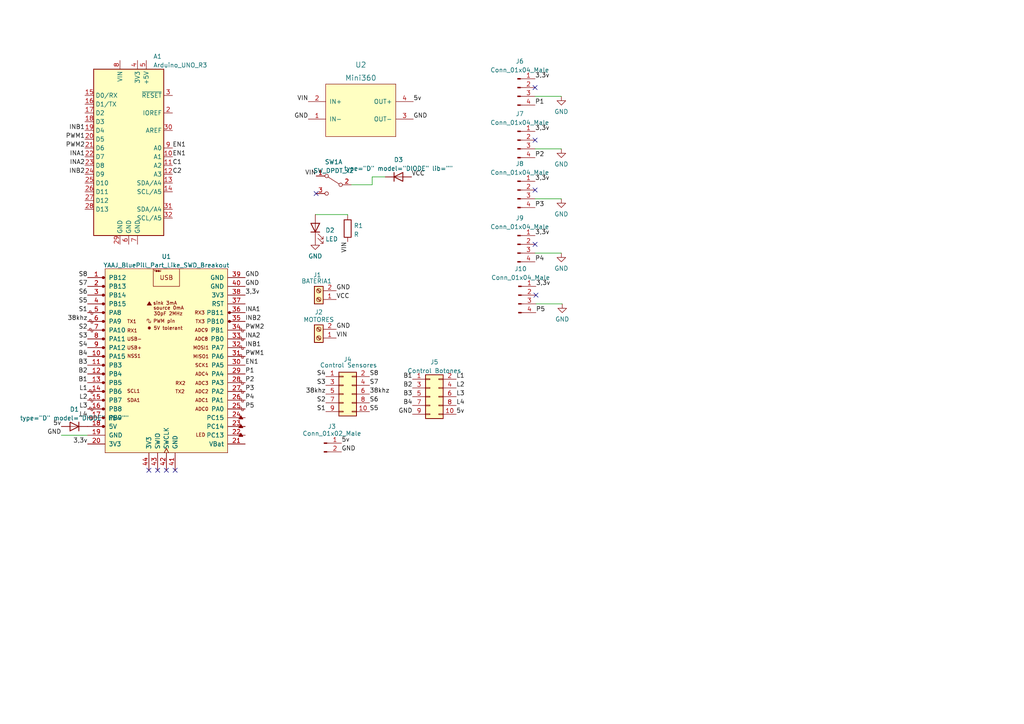
<source format=kicad_sch>
(kicad_sch (version 20211123) (generator eeschema)
  (paper "A4")
  (lib_symbols
    (symbol "Connector:Conn_01x02_Male" (pin_names (offset 1.016) hide)
      (property "Reference" "J" (at 0 2.54 0))
      (property "Value" "Conn_01x02_Male" (at 0 -5.08 0))
      (symbol "Conn_01x02_Male_1_1"
        (polyline (pts (xy 1.27 -2.54) (xy 0.8636 -2.54)) (stroke (width 0.1524)))
        (polyline (pts (xy 1.27 0) (xy 0.8636 0)) (stroke (width 0.1524)))
        (rectangle (start 0.8636 -2.413) (end 0 -2.667) (stroke (width 0.1524)) (fill (type outline)))
        (rectangle (start 0.8636 0.127) (end 0 -0.127) (stroke (width 0.1524)) (fill (type outline)))
        (pin passive line (at 5.08 0 180) (length 3.81) (name "Pin_1") (number "1"))
        (pin passive line (at 5.08 -2.54 180) (length 3.81) (name "Pin_2") (number "2"))
      )
    )
    (symbol "Connector:Conn_01x04_Male" (pin_names (offset 1.016) hide)
      (property "Reference" "J" (at 0 5.08 0))
      (property "Value" "Conn_01x04_Male" (at 0 -7.62 0))
      (symbol "Conn_01x04_Male_1_1"
        (polyline (pts (xy 1.27 -5.08) (xy 0.8636 -5.08)) (stroke (width 0.1524)))
        (polyline (pts (xy 1.27 -2.54) (xy 0.8636 -2.54)) (stroke (width 0.1524)))
        (polyline (pts (xy 1.27 0) (xy 0.8636 0)) (stroke (width 0.1524)))
        (polyline (pts (xy 1.27 2.54) (xy 0.8636 2.54)) (stroke (width 0.1524)))
        (rectangle (start 0.8636 -4.953) (end 0 -5.207) (stroke (width 0.1524)) (fill (type outline)))
        (rectangle (start 0.8636 -2.413) (end 0 -2.667) (stroke (width 0.1524)) (fill (type outline)))
        (rectangle (start 0.8636 0.127) (end 0 -0.127) (stroke (width 0.1524)) (fill (type outline)))
        (rectangle (start 0.8636 2.667) (end 0 2.413) (stroke (width 0.1524)) (fill (type outline)))
        (pin passive line (at 5.08 2.54 180) (length 3.81) (name "Pin_1") (number "1"))
        (pin passive line (at 5.08 0 180) (length 3.81) (name "Pin_2") (number "2"))
        (pin passive line (at 5.08 -2.54 180) (length 3.81) (name "Pin_3") (number "3"))
        (pin passive line (at 5.08 -5.08 180) (length 3.81) (name "Pin_4") (number "4"))
      )
    )
    (symbol "Connector:Screw_Terminal_01x02" (pin_names (offset 1.016) hide)
      (property "Reference" "J" (at 0 2.54 0))
      (property "Value" "Screw_Terminal_01x02" (at 0 -5.08 0))
      (symbol "Screw_Terminal_01x02_1_1"
        (rectangle (start -1.27 1.27) (end 1.27 -3.81) (stroke (width 0.254)) (fill (type background)))
        (circle (center 0 -2.54) (radius 0.635) (stroke (width 0.1524)))
        (polyline (pts (xy -0.5334 -2.2098) (xy 0.3302 -3.048)) (stroke (width 0.1524)))
        (polyline (pts (xy -0.5334 0.3302) (xy 0.3302 -0.508)) (stroke (width 0.1524)))
        (polyline (pts (xy -0.3556 -2.032) (xy 0.508 -2.8702)) (stroke (width 0.1524)))
        (polyline (pts (xy -0.3556 0.508) (xy 0.508 -0.3302)) (stroke (width 0.1524)))
        (circle (center 0 0) (radius 0.635) (stroke (width 0.1524)))
        (pin passive line (at -5.08 0 0) (length 3.81) (name "Pin_1") (number "1"))
        (pin passive line (at -5.08 -2.54 0) (length 3.81) (name "Pin_2") (number "2"))
      )
    )
    (symbol "Connector_Generic:Conn_02x05_Odd_Even" (pin_names (offset 1.016) hide)
      (property "Reference" "J" (at 1.27 7.62 0))
      (property "Value" "Conn_02x05_Odd_Even" (at 1.27 -7.62 0))
      (symbol "Conn_02x05_Odd_Even_1_1"
        (rectangle (start -1.27 -4.953) (end 0 -5.207) (stroke (width 0.1524)))
        (rectangle (start -1.27 -2.413) (end 0 -2.667) (stroke (width 0.1524)))
        (rectangle (start -1.27 0.127) (end 0 -0.127) (stroke (width 0.1524)))
        (rectangle (start -1.27 2.667) (end 0 2.413) (stroke (width 0.1524)))
        (rectangle (start -1.27 5.207) (end 0 4.953) (stroke (width 0.1524)))
        (rectangle (start -1.27 6.35) (end 3.81 -6.35) (stroke (width 0.254)) (fill (type background)))
        (rectangle (start 3.81 -4.953) (end 2.54 -5.207) (stroke (width 0.1524)))
        (rectangle (start 3.81 -2.413) (end 2.54 -2.667) (stroke (width 0.1524)))
        (rectangle (start 3.81 0.127) (end 2.54 -0.127) (stroke (width 0.1524)))
        (rectangle (start 3.81 2.667) (end 2.54 2.413) (stroke (width 0.1524)))
        (rectangle (start 3.81 5.207) (end 2.54 4.953) (stroke (width 0.1524)))
        (pin passive line (at -5.08 5.08 0) (length 3.81) (name "Pin_1") (number "1"))
        (pin passive line (at 7.62 -5.08 180) (length 3.81) (name "Pin_10") (number "10"))
        (pin passive line (at 7.62 5.08 180) (length 3.81) (name "Pin_2") (number "2"))
        (pin passive line (at -5.08 2.54 0) (length 3.81) (name "Pin_3") (number "3"))
        (pin passive line (at 7.62 2.54 180) (length 3.81) (name "Pin_4") (number "4"))
        (pin passive line (at -5.08 0 0) (length 3.81) (name "Pin_5") (number "5"))
        (pin passive line (at 7.62 0 180) (length 3.81) (name "Pin_6") (number "6"))
        (pin passive line (at -5.08 -2.54 0) (length 3.81) (name "Pin_7") (number "7"))
        (pin passive line (at 7.62 -2.54 180) (length 3.81) (name "Pin_8") (number "8"))
        (pin passive line (at -5.08 -5.08 0) (length 3.81) (name "Pin_9") (number "9"))
      )
    )
    (symbol "Device:LED" (pin_numbers hide) (pin_names (offset 1.016) hide)
      (property "Reference" "D" (at 0 2.54 0))
      (property "Value" "LED" (at 0 -2.54 0))
      (symbol "LED_0_1"
        (polyline (pts (xy -1.27 -1.27) (xy -1.27 1.27)) (stroke (width 0.254)))
        (polyline (pts (xy -1.27 0) (xy 1.27 0)))
        (polyline (pts (xy 1.27 -1.27) (xy 1.27 1.27) (xy -1.27 0) (xy 1.27 -1.27)) (stroke (width 0.254)))
        (polyline (pts (xy -3.048 -0.762) (xy -4.572 -2.286) (xy -3.81 -2.286) (xy -4.572 -2.286) (xy -4.572 -1.524)))
        (polyline (pts (xy -1.778 -0.762) (xy -3.302 -2.286) (xy -2.54 -2.286) (xy -3.302 -2.286) (xy -3.302 -1.524)))
      )
      (symbol "LED_1_1"
        (pin passive line (at -3.81 0 0) (length 2.54) (name "K") (number "1"))
        (pin passive line (at 3.81 0 180) (length 2.54) (name "A") (number "2"))
      )
    )
    (symbol "Device:R" (pin_numbers hide) (pin_names (offset 0))
      (property "Reference" "R" (at 2.032 0 90))
      (property "Value" "R" (at 0 0 90))
      (symbol "R_0_1"
        (rectangle (start -1.016 -2.54) (end 1.016 2.54) (stroke (width 0.254)))
      )
      (symbol "R_1_1"
        (pin passive line (at 0 3.81 270) (length 1.27) (name "~") (number "1"))
        (pin passive line (at 0 -3.81 90) (length 1.27) (name "~") (number "2"))
      )
    )
    (symbol "MCU_Module:Arduino_UNO_R3"
      (property "Reference" "A" (at -10.16 23.495 0))
      (property "Value" "Arduino_UNO_R3" (at 5.08 -26.67 0))
      (symbol "Arduino_UNO_R3_0_1"
        (rectangle (start -10.16 22.86) (end 10.16 -25.4) (stroke (width 0.254)) (fill (type background)))
      )
      (symbol "Arduino_UNO_R3_1_1"
        (pin no_connect line (at -10.16 -20.32 0) (length 2.54) hide (name "NC") (number "1"))
        (pin bidirectional line (at 12.7 -2.54 180) (length 2.54) (name "A1") (number "10"))
        (pin bidirectional line (at 12.7 -5.08 180) (length 2.54) (name "A2") (number "11"))
        (pin bidirectional line (at 12.7 -7.62 180) (length 2.54) (name "A3") (number "12"))
        (pin bidirectional line (at 12.7 -10.16 180) (length 2.54) (name "SDA/A4") (number "13"))
        (pin bidirectional line (at 12.7 -12.7 180) (length 2.54) (name "SCL/A5") (number "14"))
        (pin bidirectional line (at -12.7 15.24 0) (length 2.54) (name "D0/RX") (number "15"))
        (pin bidirectional line (at -12.7 12.7 0) (length 2.54) (name "D1/TX") (number "16"))
        (pin bidirectional line (at -12.7 10.16 0) (length 2.54) (name "D2") (number "17"))
        (pin bidirectional line (at -12.7 7.62 0) (length 2.54) (name "D3") (number "18"))
        (pin bidirectional line (at -12.7 5.08 0) (length 2.54) (name "D4") (number "19"))
        (pin output line (at 12.7 10.16 180) (length 2.54) (name "IOREF") (number "2"))
        (pin bidirectional line (at -12.7 2.54 0) (length 2.54) (name "D5") (number "20"))
        (pin bidirectional line (at -12.7 0 0) (length 2.54) (name "D6") (number "21"))
        (pin bidirectional line (at -12.7 -2.54 0) (length 2.54) (name "D7") (number "22"))
        (pin bidirectional line (at -12.7 -5.08 0) (length 2.54) (name "D8") (number "23"))
        (pin bidirectional line (at -12.7 -7.62 0) (length 2.54) (name "D9") (number "24"))
        (pin bidirectional line (at -12.7 -10.16 0) (length 2.54) (name "D10") (number "25"))
        (pin bidirectional line (at -12.7 -12.7 0) (length 2.54) (name "D11") (number "26"))
        (pin bidirectional line (at -12.7 -15.24 0) (length 2.54) (name "D12") (number "27"))
        (pin bidirectional line (at -12.7 -17.78 0) (length 2.54) (name "D13") (number "28"))
        (pin power_in line (at -2.54 -27.94 90) (length 2.54) (name "GND") (number "29"))
        (pin input line (at 12.7 15.24 180) (length 2.54) (name "~{RESET}") (number "3"))
        (pin input line (at 12.7 5.08 180) (length 2.54) (name "AREF") (number "30"))
        (pin bidirectional line (at 12.7 -17.78 180) (length 2.54) (name "SDA/A4") (number "31"))
        (pin bidirectional line (at 12.7 -20.32 180) (length 2.54) (name "SCL/A5") (number "32"))
        (pin power_out line (at 2.54 25.4 270) (length 2.54) (name "3V3") (number "4"))
        (pin power_out line (at 5.08 25.4 270) (length 2.54) (name "+5V") (number "5"))
        (pin power_in line (at 0 -27.94 90) (length 2.54) (name "GND") (number "6"))
        (pin power_in line (at 2.54 -27.94 90) (length 2.54) (name "GND") (number "7"))
        (pin power_in line (at -2.54 25.4 270) (length 2.54) (name "VIN") (number "8"))
        (pin bidirectional line (at 12.7 0 180) (length 2.54) (name "A0") (number "9"))
      )
    )
    (symbol "Simulation_SPICE:DIODE" (pin_numbers hide) (pin_names (offset 1.016) hide)
      (property "Reference" "D" (at 0 2.54 0))
      (property "Value" "DIODE" (at 0 -2.54 0))
      (symbol "DIODE_0_1"
        (polyline (pts (xy 1.27 0) (xy -1.27 0)))
        (polyline (pts (xy 1.27 1.27) (xy 1.27 -1.27)) (stroke (width 0.254)))
        (polyline (pts (xy -1.27 -1.27) (xy -1.27 1.27) (xy 1.27 0) (xy -1.27 -1.27)) (stroke (width 0.254)))
      )
      (symbol "DIODE_1_1"
        (pin passive line (at -3.81 0 0) (length 2.54) (name "A") (number "1"))
        (pin passive line (at 3.81 0 180) (length 2.54) (name "K") (number "2"))
      )
    )
    (symbol "Switch:SW_DPDT_x2" (pin_names (offset 0) hide)
      (property "Reference" "SW" (at 0 4.318 0))
      (property "Value" "SW_DPDT_x2" (at 0 -5.08 0))
      (symbol "SW_DPDT_x2_0_0"
        (circle (center -2.032 0) (radius 0.508))
        (circle (center 2.032 -2.54) (radius 0.508))
      )
      (symbol "SW_DPDT_x2_0_1"
        (polyline (pts (xy -1.524 0.254) (xy 1.651 2.286)))
        (circle (center 2.032 2.54) (radius 0.508))
      )
      (symbol "SW_DPDT_x2_1_1"
        (pin passive line (at 5.08 2.54 180) (length 2.54) (name "A") (number "1"))
        (pin passive line (at -5.08 0 0) (length 2.54) (name "B") (number "2"))
        (pin passive line (at 5.08 -2.54 180) (length 2.54) (name "C") (number "3"))
      )
      (symbol "SW_DPDT_x2_2_1"
        (pin passive line (at 5.08 2.54 180) (length 2.54) (name "A") (number "4"))
        (pin passive line (at -5.08 0 0) (length 2.54) (name "B") (number "5"))
        (pin passive line (at 5.08 -2.54 180) (length 2.54) (name "C") (number "6"))
      )
    )
    (symbol "YAAJ_BluePill_Part_Like_SWD_Breakout:YAAJ_BluePill_Part_Like_SWD_Breakout" (pin_names (offset 1.016))
      (property "Reference" "U" (at -15.24 27.94 0))
      (property "Value" "YAAJ_BluePill_Part_Like_SWD_Breakout" (at 20.32 27.94 0))
      (symbol "YAAJ_BluePill_Part_Like_SWD_Breakout_0_0"
        (circle (center -18.288 -20.32) (radius 0.3556) (fill (type outline)))
        (circle (center -18.288 -17.78) (radius 0.3556) (fill (type outline)))
        (circle (center -18.288 -15.24) (radius 0.3556) (fill (type outline)))
        (circle (center -18.288 -12.7) (radius 0.3556) (fill (type outline)))
        (circle (center -18.288 -10.16) (radius 0.3556) (fill (type outline)))
        (circle (center -18.288 -7.62) (radius 0.3556) (fill (type outline)))
        (circle (center -18.288 -5.08) (radius 0.3556) (fill (type outline)))
        (circle (center -18.288 -2.54) (radius 0.3556) (fill (type outline)))
        (circle (center -18.288 0) (radius 0.3556) (fill (type outline)))
        (circle (center -18.288 2.54) (radius 0.3556) (fill (type outline)))
        (circle (center -18.288 5.08) (radius 0.3556) (fill (type outline)))
        (circle (center -18.288 7.62) (radius 0.3556) (fill (type outline)))
        (circle (center -18.288 10.16) (radius 0.3556) (fill (type outline)))
        (circle (center -18.288 12.7) (radius 0.3556) (fill (type outline)))
        (circle (center -18.288 15.24) (radius 0.3556) (fill (type outline)))
        (circle (center -18.288 17.78) (radius 0.3556) (fill (type outline)))
        (circle (center -18.288 22.86) (radius 0.3556) (fill (type outline)))
        (circle (center -4.953 8.255) (radius 0.127) (fill (type outline)))
        (circle (center -4.953 8.255) (radius 0.254))
        (circle (center -4.953 8.255) (radius 0.3556))
        (polyline (pts (xy -5.588 14.859) (xy -4.953 15.875) (xy -4.318 14.859) (xy -5.588 14.859) (xy -4.953 15.748) (xy -4.445 14.859) (xy -5.461 14.986) (xy -4.953 15.621) (xy -4.572 14.859) (xy -5.334 15.113) (xy -4.826 15.494) (xy -4.699 14.859) (xy -5.207 15.24) (xy -4.699 15.367) (xy -4.826 14.986) (xy -5.08 15.24) (xy -4.826 15.113) (xy -4.953 15.367)))
        (polyline (pts (xy 20.955 -23.241) (xy 21.59 -22.225) (xy 22.225 -23.241) (xy 20.955 -23.241) (xy 21.59 -22.352) (xy 22.098 -23.241) (xy 21.082 -23.114) (xy 21.59 -22.479) (xy 21.971 -23.241) (xy 21.209 -22.987) (xy 21.717 -22.606) (xy 21.844 -23.241) (xy 21.336 -22.86) (xy 21.844 -22.733) (xy 21.717 -23.114) (xy 21.463 -22.86) (xy 21.717 -22.987) (xy 21.59 -22.733)))
        (polyline (pts (xy 20.955 -20.701) (xy 21.59 -19.685) (xy 22.225 -20.701) (xy 20.955 -20.701) (xy 21.59 -19.812) (xy 22.098 -20.701) (xy 21.082 -20.574) (xy 21.59 -19.939) (xy 21.971 -20.701) (xy 21.209 -20.447) (xy 21.717 -20.066) (xy 21.844 -20.701) (xy 21.336 -20.32) (xy 21.844 -20.193) (xy 21.717 -20.574) (xy 21.463 -20.32) (xy 21.717 -20.447) (xy 21.59 -20.193)))
        (polyline (pts (xy 20.955 -18.161) (xy 21.59 -17.145) (xy 22.225 -18.161) (xy 20.955 -18.161) (xy 21.59 -17.272) (xy 22.098 -18.161) (xy 21.082 -18.034) (xy 21.59 -17.399) (xy 21.971 -18.161) (xy 21.209 -17.907) (xy 21.717 -17.526) (xy 21.844 -18.161) (xy 21.336 -17.78) (xy 21.844 -17.653) (xy 21.717 -18.034) (xy 21.463 -17.78) (xy 21.717 -17.907) (xy 21.59 -17.653)))
        (circle (center 18.288 10.16) (radius 0.254) (fill (type outline)))
        (circle (center 18.288 10.16) (radius 0.3556))
        (circle (center 18.288 12.7) (radius 0.254) (fill (type outline)))
        (circle (center 18.288 12.7) (radius 0.3556))
        (text "30pF 2MHz" (at 0.508 12.446 0) (effects (font (size 0.9906 0.9906))))
        (text "5V tolerant" (at 0.508 8.255 0) (effects (font (size 0.9906 0.9906))))
        (text "ADC0" (at 10.287 -15.24 0) (effects (font (size 0.9906 0.9906))))
        (text "ADC1" (at 10.287 -12.7 0) (effects (font (size 0.9906 0.9906))))
        (text "ADC2" (at 10.287 -10.16 0) (effects (font (size 0.9906 0.9906))))
        (text "ADC3" (at 10.287 -7.747 0) (effects (font (size 0.9906 0.9906))))
        (text "ADC4" (at 10.287 -5.08 0) (effects (font (size 0.9906 0.9906))))
        (text "ADC8" (at 10.16 5.08 0) (effects (font (size 0.9906 0.9906))))
        (text "ADC9" (at 10.16 7.62 0) (effects (font (size 0.9906 0.9906))))
        (text "LED" (at 9.906 -22.733 0) (effects (font (size 0.9906 0.9906))))
        (text "MISO1" (at 10.033 0 0) (effects (font (size 0.9906 0.9906))))
        (text "MOSI1" (at 10.033 2.54 0) (effects (font (size 0.9906 0.9906))))
        (text "NSS1" (at -9.398 0.127 0) (effects (font (size 0.9906 0.9906))))
        (text "PWM pin" (at -0.635 10.287 0) (effects (font (size 0.9906 0.9906))))
        (text "RX1" (at -9.906 7.493 0) (effects (font (size 0.9906 0.9906))))
        (text "RX2" (at 4.064 -7.747 0) (effects (font (size 0.9906 0.9906))))
        (text "RX3" (at 9.652 12.7 0) (effects (font (size 0.9906 0.9906))))
        (text "SCK1" (at 10.287 -2.54 0) (effects (font (size 0.9906 0.9906))))
        (text "SCL1" (at -9.525 -10.033 0) (effects (font (size 0.9906 0.9906))))
        (text "SDA1" (at -9.525 -12.7 0) (effects (font (size 0.9906 0.9906))))
        (text "sink 3mA" (at -0.381 15.494 0) (effects (font (size 0.9906 0.9906))))
        (text "source 0mA" (at 0.635 14.097 0) (effects (font (size 0.9906 0.9906))))
        (text "TX1" (at -10.033 10.16 0) (effects (font (size 0.9906 0.9906))))
        (text "TX2" (at 3.937 -10.16 0) (effects (font (size 0.9906 0.9906))))
        (text "TX3" (at 9.779 10.16 0) (effects (font (size 0.9906 0.9906))))
        (text "USB" (at 0 22.86 0) (effects (font (size 1.27 1.27))))
        (text "USB+" (at -9.271 2.54 0) (effects (font (size 0.9906 0.9906))))
        (text "USB-" (at -9.271 5.08 0) (effects (font (size 0.9906 0.9906))))
        (text "Y@@J" (at -2.5654 24.8412 0) (effects (font (size 0.508 0.508))))
      )
      (symbol "YAAJ_BluePill_Part_Like_SWD_Breakout_0_1"
        (rectangle (start -17.78 25.4) (end 17.78 -27.94) (fill (type background)))
        (polyline (pts (xy -21.336 -17.78) (xy -21.336 -18.288) (xy -21.844 -18.288) (xy -21.844 -17.272) (xy -22.352 -17.272) (xy -22.352 -17.78)))
        (polyline (pts (xy -21.336 -15.24) (xy -21.336 -15.748) (xy -21.844 -15.748) (xy -21.844 -14.732) (xy -22.352 -14.732) (xy -22.352 -15.24)))
        (polyline (pts (xy -21.336 -12.7) (xy -21.336 -13.208) (xy -21.844 -13.208) (xy -21.844 -12.192) (xy -22.352 -12.192) (xy -22.352 -12.7)))
        (polyline (pts (xy -21.336 -10.16) (xy -21.336 -10.668) (xy -21.844 -10.668) (xy -21.844 -9.652) (xy -22.352 -9.652) (xy -22.352 -10.16)))
        (polyline (pts (xy -21.336 7.62) (xy -21.336 7.112) (xy -21.844 7.112) (xy -21.844 8.128) (xy -22.352 8.128) (xy -22.352 7.62)))
        (polyline (pts (xy -21.336 10.16) (xy -21.336 9.652) (xy -21.844 9.652) (xy -21.844 10.668) (xy -22.352 10.668) (xy -22.352 10.16)))
        (polyline (pts (xy -21.336 12.7) (xy -21.336 12.192) (xy -21.844 12.192) (xy -21.844 13.208) (xy -22.352 13.208) (xy -22.352 12.7)))
        (polyline (pts (xy -4.572 10.287) (xy -4.572 9.779) (xy -5.08 9.779) (xy -5.08 10.795) (xy -5.588 10.795) (xy -5.588 10.287)))
        (polyline (pts (xy 22.352 -15.24) (xy 22.352 -15.748) (xy 21.844 -15.748) (xy 21.844 -14.732) (xy 21.336 -14.732) (xy 21.336 -15.24)))
        (polyline (pts (xy 22.352 -12.7) (xy 22.352 -13.208) (xy 21.844 -13.208) (xy 21.844 -12.192) (xy 21.336 -12.192) (xy 21.336 -12.7)))
        (polyline (pts (xy 22.352 -10.16) (xy 22.352 -10.668) (xy 21.844 -10.668) (xy 21.844 -9.652) (xy 21.336 -9.652) (xy 21.336 -10.16)))
        (polyline (pts (xy 22.352 -7.62) (xy 22.352 -8.128) (xy 21.844 -8.128) (xy 21.844 -7.112) (xy 21.336 -7.112) (xy 21.336 -7.62)))
        (polyline (pts (xy 22.352 0) (xy 22.352 -0.508) (xy 21.844 -0.508) (xy 21.844 0.508) (xy 21.336 0.508) (xy 21.336 0)))
        (polyline (pts (xy 22.352 2.54) (xy 22.352 2.032) (xy 21.844 2.032) (xy 21.844 3.048) (xy 21.336 3.048) (xy 21.336 2.54)))
        (polyline (pts (xy 22.352 5.08) (xy 22.352 4.572) (xy 21.844 4.572) (xy 21.844 5.588) (xy 21.336 5.588) (xy 21.336 5.08)))
        (polyline (pts (xy 22.352 7.62) (xy 22.352 7.112) (xy 21.844 7.112) (xy 21.844 8.128) (xy 21.336 8.128) (xy 21.336 7.62)))
        (rectangle (start 3.81 25.4) (end -3.81 20.32))
      )
      (symbol "YAAJ_BluePill_Part_Like_SWD_Breakout_1_1"
        (circle (center -18.288 20.32) (radius 0.3556) (fill (type outline)))
        (pin bidirectional line (at -22.86 22.86 0) (length 5.08) (name "PB12") (number "1"))
        (pin bidirectional line (at -22.86 0 0) (length 5.08) (name "PA15") (number "10"))
        (pin bidirectional line (at -22.86 -2.54 0) (length 5.08) (name "PB3") (number "11"))
        (pin bidirectional line (at -22.86 -5.08 0) (length 5.08) (name "PB4") (number "12"))
        (pin bidirectional line (at -22.86 -7.62 0) (length 5.08) (name "PB5") (number "13"))
        (pin bidirectional line (at -22.86 -10.16 0) (length 5.08) (name "PB6") (number "14"))
        (pin bidirectional line (at -22.86 -12.7 0) (length 5.08) (name "PB7") (number "15"))
        (pin bidirectional line (at -22.86 -15.24 0) (length 5.08) (name "PB8") (number "16"))
        (pin bidirectional line (at -22.86 -17.78 0) (length 5.08) (name "PB9") (number "17"))
        (pin power_in line (at -22.86 -20.32 0) (length 5.08) (name "5V") (number "18"))
        (pin power_in line (at -22.86 -22.86 0) (length 5.08) (name "GND") (number "19"))
        (pin bidirectional line (at -22.86 20.32 0) (length 5.08) (name "PB13") (number "2"))
        (pin power_in line (at -22.86 -25.4 0) (length 5.08) (name "3V3") (number "20"))
        (pin power_in line (at 22.86 -25.4 180) (length 5.08) (name "VBat") (number "21"))
        (pin bidirectional line (at 22.86 -22.86 180) (length 5.08) (name "PC13") (number "22"))
        (pin bidirectional line (at 22.86 -20.32 180) (length 5.08) (name "PC14") (number "23"))
        (pin bidirectional line (at 22.86 -17.78 180) (length 5.08) (name "PC15") (number "24"))
        (pin bidirectional line (at 22.86 -15.24 180) (length 5.08) (name "PA0") (number "25"))
        (pin bidirectional line (at 22.86 -12.7 180) (length 5.08) (name "PA1") (number "26"))
        (pin bidirectional line (at 22.86 -10.16 180) (length 5.08) (name "PA2") (number "27"))
        (pin bidirectional line (at 22.86 -7.62 180) (length 5.08) (name "PA3") (number "28"))
        (pin bidirectional line (at 22.86 -5.08 180) (length 5.08) (name "PA4") (number "29"))
        (pin bidirectional line (at -22.86 17.78 0) (length 5.08) (name "PB14") (number "3"))
        (pin bidirectional line (at 22.86 -2.54 180) (length 5.08) (name "PA5") (number "30"))
        (pin bidirectional line (at 22.86 0 180) (length 5.08) (name "PA6") (number "31"))
        (pin bidirectional line (at 22.86 2.54 180) (length 5.08) (name "PA7") (number "32"))
        (pin bidirectional line (at 22.86 5.08 180) (length 5.08) (name "PB0") (number "33"))
        (pin bidirectional line (at 22.86 7.62 180) (length 5.08) (name "PB1") (number "34"))
        (pin bidirectional line (at 22.86 10.16 180) (length 5.08) (name "PB10") (number "35"))
        (pin bidirectional line (at 22.86 12.7 180) (length 5.08) (name "PB11") (number "36"))
        (pin input line (at 22.86 15.24 180) (length 5.08) (name "RST") (number "37"))
        (pin power_in line (at 22.86 17.78 180) (length 5.08) (name "3V3") (number "38"))
        (pin power_in line (at 22.86 22.86 180) (length 5.08) (name "GND") (number "39"))
        (pin bidirectional line (at -22.86 15.24 0) (length 5.08) (name "PB15") (number "4"))
        (pin power_in line (at 22.86 20.32 180) (length 5.08) (name "GND") (number "40"))
        (pin power_in line (at 2.54 -33.02 90) (length 5.08) (name "GND") (number "41"))
        (pin bidirectional clock (at 0 -33.02 90) (length 5.08) (name "SWCLK") (number "42"))
        (pin bidirectional line (at -2.54 -33.02 90) (length 5.08) (name "SWIO") (number "43"))
        (pin power_in line (at -5.08 -33.02 90) (length 5.08) (name "3V3") (number "44"))
        (pin bidirectional line (at -22.86 12.7 0) (length 5.08) (name "PA8") (number "5"))
        (pin bidirectional line (at -22.86 10.16 0) (length 5.08) (name "PA9") (number "6"))
        (pin bidirectional line (at -22.86 7.62 0) (length 5.08) (name "PA10") (number "7"))
        (pin bidirectional line (at -22.86 5.08 0) (length 5.08) (name "PA11") (number "8"))
        (pin bidirectional line (at -22.86 2.54 0) (length 5.08) (name "PA12") (number "9"))
      )
    )
    (symbol "mini360:Mini360" (pin_names (offset 1.016))
      (property "Reference" "U" (at 0 -5.08 0))
      (property "Value" "Mini360" (at 0 5.08 0))
      (symbol "Mini360_0_1"
        (rectangle (start -10.16 7.62) (end 10.16 -7.62) (fill (type background)))
      )
      (symbol "Mini360_1_1"
        (pin power_in line (at -15.24 -2.54 0) (length 5.08) (name "IN-") (number "1"))
        (pin power_in line (at -15.24 2.54 0) (length 5.08) (name "IN+") (number "2"))
        (pin power_out line (at 15.24 -2.54 180) (length 5.08) (name "OUT-") (number "3"))
        (pin power_out line (at 15.24 2.54 180) (length 5.08) (name "OUT+") (number "4"))
      )
    )
    (symbol "power:GND" (power) (pin_names (offset 0))
      (property "Value" "GND" (at 0 -3.81 0))
      (symbol "GND_0_1"
        (polyline (pts (xy 0 0) (xy 0 -1.27) (xy 1.27 -1.27) (xy 0 -2.54) (xy -1.27 -1.27) (xy 0 -1.27)))
      )
      (symbol "GND_1_1"
        (pin power_in line (at 0 0 270) (length 0) hide (name "GND") (number "1"))
      )
    )
  )
  (no_connect (at 43.18 136.398))
  (no_connect (at 155.194 70.866))
  (no_connect (at 155.194 25.4))
  (no_connect (at 91.694 56.134))
  (no_connect (at 50.8 136.398))
  (no_connect (at 48.26 136.398))
  (no_connect (at 155.448 85.598))
  (no_connect (at 155.194 55.118))
  (no_connect (at 155.194 40.64))
  (no_connect (at 45.72 136.398))
  (wire (pts (xy 163.068 88.138) (xy 155.448 88.138)))
  (wire (pts (xy 162.814 57.658) (xy 155.194 57.658)))
  (wire (pts (xy 111.76 51.308) (xy 107.95 51.308)))
  (wire (pts (xy 107.95 51.308) (xy 107.95 53.594)))
  (wire (pts (xy 162.814 27.94) (xy 155.194 27.94)))
  (wire (pts (xy 107.95 53.594) (xy 101.854 53.594)))
  (wire (pts (xy 162.814 73.406) (xy 155.194 73.406)))
  (wire (pts (xy 17.78 126.238) (xy 25.4 126.238)))
  (wire (pts (xy 100.838 62.23) (xy 100.838 62.484)))
  (wire (pts (xy 162.814 43.18) (xy 155.194 43.18)))
  (wire (pts (xy 91.44 62.23) (xy 100.838 62.23)))
  (label "L3" (at 132.334 115.062 0))
  (label "P3" (at 71.12 113.538 0))
  (label "3,3v" (at 155.194 52.578 0))
  (label "VCC" (at 119.38 51.308 0))
  (label "B4" (at 25.4 103.378 180))
  (label "5v" (at 119.888 29.464 0))
  (label "3,3v" (at 25.4 128.778 180))
  (label "S1" (at 25.4 90.678 180))
  (label "B4" (at 119.634 117.602 180))
  (label "3,3v" (at 71.12 85.598 0))
  (label "B2" (at 119.634 112.522 180))
  (label "INA1" (at 24.638 45.466 180))
  (label "L1" (at 132.334 109.982 0))
  (label "S5" (at 107.188 119.38 0))
  (label "38khz" (at 25.4 93.218 180))
  (label "C1" (at 50.038 48.006 0))
  (label "S5" (at 25.4 88.138 180))
  (label "L3" (at 25.4 118.618 180))
  (label "INB2" (at 24.638 50.546 180))
  (label "P5" (at 71.12 118.618 0))
  (label "5v" (at 17.78 123.698 180))
  (label "PWM2" (at 24.638 42.926 180))
  (label "INB1" (at 24.638 37.846 180))
  (label "S4" (at 94.488 109.22 180))
  (label "INA1" (at 71.12 90.678 0))
  (label "S4" (at 25.4 100.838 180))
  (label "VIN" (at 97.536 98.044 0))
  (label "P2" (at 155.194 45.72 0))
  (label "EN1" (at 71.12 105.918 0))
  (label "P1" (at 71.12 108.458 0))
  (label "S2" (at 94.488 116.84 180))
  (label "P2" (at 71.12 110.998 0))
  (label "VCC" (at 97.536 86.868 0))
  (label "B1" (at 25.4 110.998 180))
  (label "INA2" (at 24.638 48.006 180))
  (label "GND" (at 71.12 80.518 0))
  (label "S1" (at 94.488 119.38 180))
  (label "GND" (at 89.408 34.544 180))
  (label "3,3v" (at 155.448 83.058 0))
  (label "3,3v" (at 155.194 68.326 0))
  (label "5v" (at 99.06 128.524 0))
  (label "5v" (at 132.334 120.142 0))
  (label "VIN" (at 91.694 51.054 180))
  (label "PWM1" (at 71.12 103.378 0))
  (label "P1" (at 155.194 30.48 0))
  (label "B2" (at 25.4 108.458 180))
  (label "S7" (at 25.4 83.058 180))
  (label "PWM2" (at 71.12 95.758 0))
  (label "38khz" (at 94.488 114.3 180))
  (label "L1" (at 25.4 113.538 180))
  (label "INB2" (at 71.12 93.218 0))
  (label "P4" (at 71.12 116.078 0))
  (label "INB1" (at 71.12 100.838 0))
  (label "VIN" (at 100.838 70.104 270))
  (label "C2" (at 50.038 50.546 0))
  (label "S8" (at 107.188 109.22 0))
  (label "B3" (at 119.634 115.062 180))
  (label "P4" (at 155.194 75.946 0))
  (label "GND" (at 97.536 95.504 0))
  (label "GND" (at 17.78 126.238 180))
  (label "L4" (at 132.334 117.602 0))
  (label "S2" (at 25.4 95.758 180))
  (label "S3" (at 94.488 111.76 180))
  (label "P3" (at 155.194 60.198 0))
  (label "VIN" (at 89.408 29.464 180))
  (label "GND" (at 119.888 34.544 0))
  (label "S7" (at 107.188 111.76 0))
  (label "EN1" (at 50.038 42.926 0))
  (label "EN1" (at 50.038 45.466 0))
  (label "L4" (at 25.4 121.158 180))
  (label "L2" (at 25.4 116.078 180))
  (label "B3" (at 25.4 105.918 180))
  (label "GND" (at 99.06 131.064 0))
  (label "S8" (at 25.4 80.518 180))
  (label "S6" (at 107.188 116.84 0))
  (label "38khz" (at 107.188 114.3 0))
  (label "3,3v" (at 155.194 38.1 0))
  (label "INA2" (at 71.12 98.298 0))
  (label "P5" (at 155.448 90.678 0))
  (label "B1" (at 119.634 109.982 180))
  (label "L2" (at 132.334 112.522 0))
  (label "S6" (at 25.4 85.598 180))
  (label "GND" (at 119.634 120.142 180))
  (label "GND" (at 71.12 83.058 0))
  (label "3,3v" (at 155.194 22.86 0))
  (label "S3" (at 25.4 98.298 180))
  (label "GND" (at 97.536 84.328 0))
  (label "PWM1" (at 24.638 40.386 180))
  (symbol (lib_id "power:GND") (at 162.814 73.406 0) (unit 1)
    (property "Reference" "#PWR05" (effects hide))
    (property "Value" "GND" (at 162.814 77.8494 0))
  )
  (symbol (lib_id "Connector_Generic:Conn_02x05_Odd_Even") (at 124.714 115.062 0) (unit 1)
    (property "Reference" "J5" (at 125.984 105.0122 0))
    (property "Value" "Control Botones" (at 125.984 107.5491 0))
    (property "Footprint" "Connector_IDC:IDC-Header_2x05_P2.54mm_Vertical" (effects hide))
  )
  (symbol (lib_id "power:GND") (at 162.814 27.94 0) (unit 1)
    (property "Reference" "#PWR02" (effects hide))
    (property "Value" "GND" (at 162.814 32.3834 0))
  )
  (symbol (lib_id "power:GND") (at 162.814 57.658 0) (unit 1)
    (property "Reference" "#PWR04" (effects hide))
    (property "Value" "GND" (at 162.814 62.1014 0))
  )
  (symbol (lib_id "power:GND") (at 163.068 88.138 0) (unit 1)
    (property "Reference" "#PWR06" (effects hide))
    (property "Value" "GND" (at 163.068 92.5814 0))
  )
  (symbol (lib_id "MCU_Module:Arduino_UNO_R3") (at 37.338 42.926 0) (unit 1)
    (property "Reference" "A1" (at 44.4374 16.3662 0) (effects (justify left)))
    (property "Value" "Arduino_UNO_R3" (at 44.4374 18.9031 0) (effects (justify left)))
    (property "Footprint" "Module:Arduino_UNO_R3" (effects hide))
    (property "Datasheet" "https://www.arduino.cc/en/Main/arduinoBoardUno" (effects hide))
  )
  (symbol (lib_id "Device:R") (at 100.838 66.294 0) (unit 1)
    (property "Reference" "R1" (at 102.616 65.4593 0) (effects (justify left)))
    (property "Value" "R" (at 102.616 67.9962 0) (effects (justify left)))
    (property "Footprint" "Resistor_THT:R_Axial_DIN0207_L6.3mm_D2.5mm_P10.16mm_Horizontal" (effects hide))
  )
  (symbol (lib_id "Connector:Conn_01x02_Male") (at 93.98 128.524 0) (unit 1)
    (property "Reference" "J3" (at 96.266 123.698 0))
    (property "Value" "Conn_01x02_Male" (at 96.266 125.73 0))
    (property "Footprint" "TerminalBlock:TerminalBlock_bornier-2_P5.08mm" (effects hide))
  )
  (symbol (lib_id "Device:LED") (at 91.44 66.04 90) (unit 1)
    (property "Reference" "D2" (at 94.361 66.7928 90) (effects (justify right)))
    (property "Value" "LED" (at 94.361 69.3297 90) (effects (justify right)))
    (property "Footprint" "LED_THT:LED_D3.0mm" (effects hide))
  )
  (symbol (lib_id "Connector:Conn_01x04_Male") (at 150.114 25.4 0) (unit 1)
    (property "Reference" "J6" (at 150.749 17.78 0))
    (property "Value" "Conn_01x04_Male" (at 150.749 20.32 0))
    (property "Footprint" "Connector_PinSocket_2.54mm:PinSocket_1x04_P2.54mm_Vertical" (effects hide))
  )
  (symbol (lib_id "Simulation_SPICE:DIODE") (at 115.57 51.308 180) (unit 1)
    (property "Reference" "D3" (at 115.57 46.3382 0))
    (property "Value" "DIODE" (at 115.57 48.8751 0))
    (property "Footprint" "Diode_THT:D_5W_P12.70mm_Horizontal" (effects hide))
    (property "Spice_Netlist_Enabled" "Y" (effects hide))
    (property "Spice_Primitive" "D" (effects hide))
  )
  (symbol (lib_id "Connector:Conn_01x04_Male") (at 150.114 55.118 0) (unit 1)
    (property "Reference" "J8" (at 150.749 47.498 0))
    (property "Value" "Conn_01x04_Male" (at 150.749 50.038 0))
    (property "Footprint" "Connector_PinSocket_2.54mm:PinSocket_1x04_P2.54mm_Vertical" (effects hide))
  )
  (symbol (lib_id "Connector:Screw_Terminal_01x02") (at 92.456 98.044 180) (unit 1)
    (property "Reference" "J2" (at 92.456 90.5342 0))
    (property "Value" "MOTORES" (at 92.456 92.71 0))
    (property "Footprint" "Connectors:DEANS" (effects hide))
  )
  (symbol (lib_id "power:GND") (at 91.44 69.85 0) (unit 1)
    (property "Reference" "#PWR01" (effects hide))
    (property "Value" "GND" (at 91.44 74.2934 0))
  )
  (symbol (lib_id "Connector_Generic:Conn_02x05_Odd_Even") (at 99.568 114.3 0) (unit 1)
    (property "Reference" "J4" (at 100.838 104.2502 0))
    (property "Value" "Control Sensores" (at 101.092 105.918 0))
    (property "Footprint" "Connector_IDC:IDC-Header_2x05_P2.54mm_Horizontal" (effects hide))
  )
  (symbol (lib_id "Connector:Conn_01x04_Male") (at 150.114 40.64 0) (unit 1)
    (property "Reference" "J7" (at 150.749 33.02 0))
    (property "Value" "Conn_01x04_Male" (at 150.749 35.56 0))
    (property "Footprint" "Connector_PinSocket_2.54mm:PinSocket_1x04_P2.54mm_Vertical" (effects hide))
  )
  (symbol (lib_id "mini360:Mini360") (at 104.648 32.004 0) (unit 1)
    (property "Reference" "U2" (at 104.648 18.796 0) (effects (font (size 1.524 1.524))))
    (property "Value" "Mini360" (at 104.648 22.606 0) (effects (font (size 1.524 1.524))))
    (property "Footprint" "Mini360_step-down:Mini360_step-down" (effects hide))
  )
  (symbol (lib_id "YAAJ_BluePill_Part_Like_SWD_Breakout:YAAJ_BluePill_Part_Like_SWD_Breakout") (at 48.26 103.378 0) (unit 1)
    (property "Reference" "U1" (at 48.26 74.4052 0))
    (property "Value" "YAAJ_BluePill_Part_Like_SWD_Breakout" (at 48.26 76.9421 0))
    (property "Footprint" "Footprints:YAAJ_BluePill_1" (effects hide))
  )
  (symbol (lib_id "power:GND") (at 162.814 43.18 0) (unit 1)
    (property "Reference" "#PWR03" (effects hide))
    (property "Value" "GND" (at 162.814 47.6234 0))
  )
  (symbol (lib_id "Connector:Screw_Terminal_01x02") (at 92.456 86.868 180) (unit 1)
    (property "Reference" "J1" (at 93.218 79.756 0) (effects (justify left)))
    (property "Value" "BATERIA1" (at 96.266 81.534 0) (effects (justify left)))
    (property "Footprint" "Connectors:DEANS" (effects hide))
  )
  (symbol (lib_id "Switch:SW_DPDT_x2") (at 96.774 53.594 0) (mirror y) (unit 1)
    (property "Reference" "SW1" (at 96.774 46.9732 0))
    (property "Value" "SW_DPDT_x2" (at 96.774 49.5101 0))
    (property "Footprint" "Connector:Banana_Jack_3Pin" (effects hide))
  )
  (symbol (lib_id "Connector:Conn_01x04_Male") (at 150.368 85.598 0) (unit 1)
    (property "Reference" "J10" (at 151.003 77.978 0))
    (property "Value" "Conn_01x04_Male" (at 151.003 80.518 0))
    (property "Footprint" "Connector_PinSocket_2.54mm:PinSocket_1x04_P2.54mm_Vertical" (effects hide))
  )
  (symbol (lib_id "Simulation_SPICE:DIODE") (at 21.59 123.698 0) (unit 1)
    (property "Reference" "D1" (at 21.59 118.7282 0))
    (property "Value" "DIODE" (at 21.59 121.2651 0))
    (property "Footprint" "Diode_THT:D_5W_P12.70mm_Horizontal" (effects hide))
    (property "Spice_Netlist_Enabled" "Y" (effects hide))
    (property "Spice_Primitive" "D" (effects hide))
  )
  (symbol (lib_id "Connector:Conn_01x04_Male") (at 150.114 70.866 0) (unit 1)
    (property "Reference" "J9" (at 150.749 63.246 0))
    (property "Value" "Conn_01x04_Male" (at 150.749 65.786 0))
    (property "Footprint" "Connector_PinSocket_2.54mm:PinSocket_1x04_P2.54mm_Vertical" (effects hide))
  )
)
</source>
